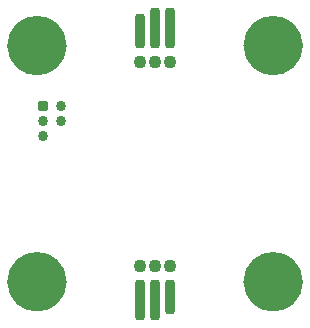
<source format=gbs>
%TF.GenerationSoftware,KiCad,Pcbnew,9.0.2*%
%TF.CreationDate,2026-02-09T05:43:33+00:00*%
%TF.ProjectId,kicad_rgb_module,6b696361-645f-4726-9762-5f6d6f64756c,0.1*%
%TF.SameCoordinates,PX518a060PY47868c0*%
%TF.FileFunction,Soldermask,Bot*%
%TF.FilePolarity,Negative*%
%FSLAX46Y46*%
G04 Gerber Fmt 4.6, Leading zero omitted, Abs format (unit mm)*
G04 Created by KiCad (PCBNEW 9.0.2) date 2026-02-09 05:43:33*
%MOMM*%
%LPD*%
G01*
G04 APERTURE LIST*
G04 Aperture macros list*
%AMRoundRect*
0 Rectangle with rounded corners*
0 $1 Rounding radius*
0 $2 $3 $4 $5 $6 $7 $8 $9 X,Y pos of 4 corners*
0 Add a 4 corners polygon primitive as box body*
4,1,4,$2,$3,$4,$5,$6,$7,$8,$9,$2,$3,0*
0 Add four circle primitives for the rounded corners*
1,1,$1+$1,$2,$3*
1,1,$1+$1,$4,$5*
1,1,$1+$1,$6,$7*
1,1,$1+$1,$8,$9*
0 Add four rect primitives between the rounded corners*
20,1,$1+$1,$2,$3,$4,$5,0*
20,1,$1+$1,$4,$5,$6,$7,0*
20,1,$1+$1,$6,$7,$8,$9,0*
20,1,$1+$1,$8,$9,$2,$3,0*%
G04 Aperture macros list end*
%ADD10C,2.500000*%
%ADD11RoundRect,0.172720X0.259080X-0.259080X0.259080X0.259080X-0.259080X0.259080X-0.259080X-0.259080X0*%
%ADD12C,0.863600*%
%ADD13RoundRect,0.350100X-0.099900X-1.124900X0.099900X-1.124900X0.099900X1.124900X-0.099900X1.124900X0*%
%ADD14C,1.100000*%
%ADD15C,0.600000*%
%ADD16RoundRect,0.350100X-0.099900X-1.374900X0.099900X-1.374900X0.099900X1.374900X-0.099900X1.374900X0*%
%ADD17RoundRect,0.350100X0.099900X1.124900X-0.099900X1.124900X-0.099900X-1.124900X0.099900X-1.124900X0*%
%ADD18RoundRect,0.350100X0.099900X1.374900X-0.099900X1.374900X-0.099900X-1.374900X0.099900X-1.374900X0*%
G04 APERTURE END LIST*
%TO.C,MH1*%
D10*
X-8750000Y-10000000D02*
G75*
G02*
X-11250000Y-10000000I-1250000J0D01*
G01*
X-11250000Y-10000000D02*
G75*
G02*
X-8750000Y-10000000I1250000J0D01*
G01*
%TO.C,MH3*%
X11250000Y-10000000D02*
G75*
G02*
X8750000Y-10000000I-1250000J0D01*
G01*
X8750000Y-10000000D02*
G75*
G02*
X11250000Y-10000000I1250000J0D01*
G01*
%TO.C,MH4*%
X11250000Y10000000D02*
G75*
G02*
X8750000Y10000000I-1250000J0D01*
G01*
X8750000Y10000000D02*
G75*
G02*
X11250000Y10000000I1250000J0D01*
G01*
%TO.C,MH2*%
X-8750000Y10000000D02*
G75*
G02*
X-11250000Y10000000I-1250000J0D01*
G01*
X-11250000Y10000000D02*
G75*
G02*
X-8750000Y10000000I1250000J0D01*
G01*
%TD*%
D11*
%TO.C,J1*%
X-9523900Y4870000D03*
D12*
X-7949100Y4870000D03*
X-9523900Y3600000D03*
X-7949100Y3600000D03*
X-9523900Y2330000D03*
%TD*%
D13*
%TO.C,EC2*%
X-1270000Y11275000D03*
D14*
X1270000Y8650000D03*
D15*
X0Y11525000D03*
D16*
X0Y11525000D03*
D14*
X0Y8650000D03*
X-1270000Y8650000D03*
D16*
X1270000Y11525000D03*
%TD*%
D17*
%TO.C,EC1*%
X1270000Y-11275000D03*
D14*
X-1270000Y-8650000D03*
D15*
X0Y-11525000D03*
D18*
X0Y-11525000D03*
D14*
X0Y-8650000D03*
X1270000Y-8650000D03*
D18*
X-1270000Y-11525000D03*
%TD*%
M02*

</source>
